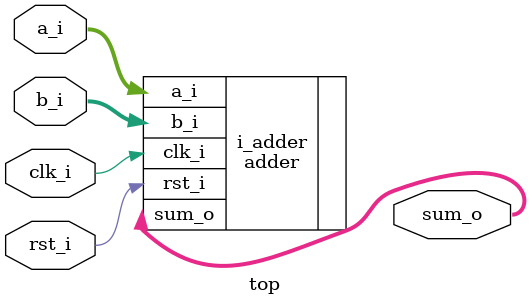
<source format=sv>
module top #(
    parameter int WIDTH = 32
)(
    input  logic                  clk_i,
    input  logic                  rst_i,
    input  logic      [WIDTH-1:0] a_i,
    input  logic      [WIDTH-1:0] b_i,
    output logic [WIDTH-1:0] sum_o
);

    adder #(
        .WIDTH(WIDTH)
    ) i_adder (
        .clk_i(clk_i),
        .rst_i(rst_i),
        .a_i(a_i),
        .b_i(b_i),
        .sum_o(sum_o)
    );

endmodule: top

</source>
